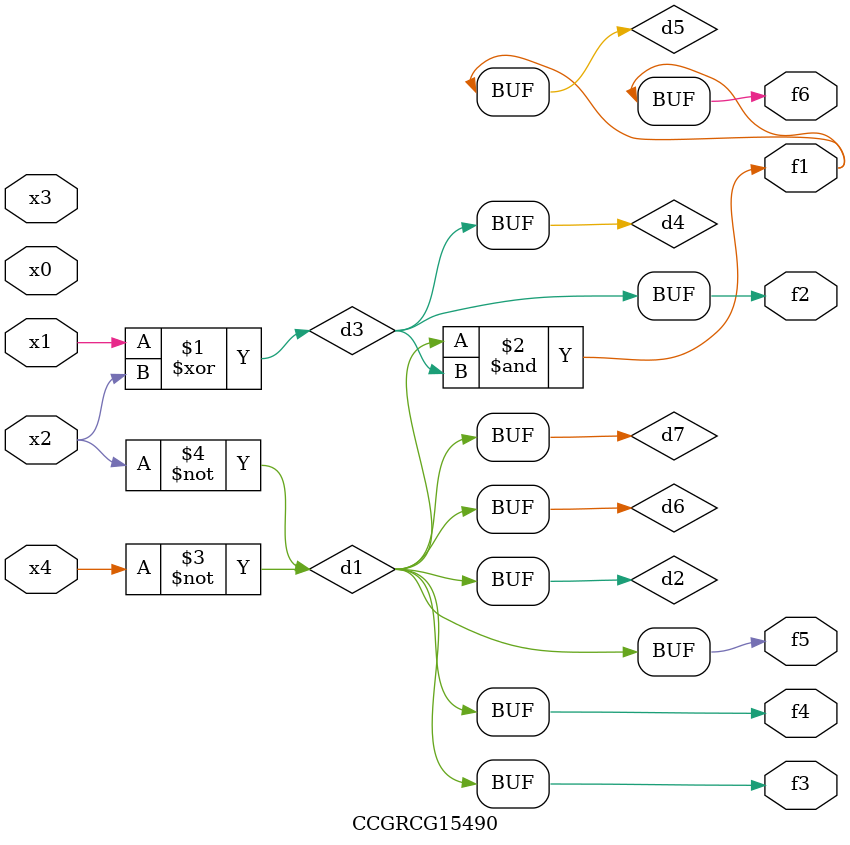
<source format=v>
module CCGRCG15490(
	input x0, x1, x2, x3, x4,
	output f1, f2, f3, f4, f5, f6
);

	wire d1, d2, d3, d4, d5, d6, d7;

	not (d1, x4);
	not (d2, x2);
	xor (d3, x1, x2);
	buf (d4, d3);
	and (d5, d1, d3);
	buf (d6, d1, d2);
	buf (d7, d2);
	assign f1 = d5;
	assign f2 = d4;
	assign f3 = d7;
	assign f4 = d7;
	assign f5 = d7;
	assign f6 = d5;
endmodule

</source>
